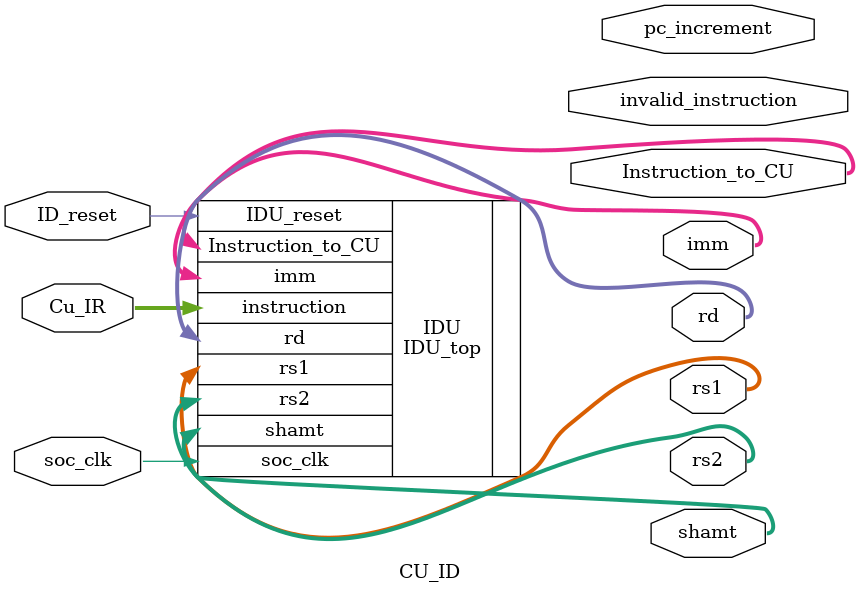
<source format=sv>
module CU_ID(
    // Clock and control inputs
    input wire soc_clk,
    input wire ID_reset,
    input wire [31:0] Cu_IR,    // Instruction from CU

    // Outputs to CU_top
    output wire [5:0] Instruction_to_CU,
    output wire [31:0] imm,
    output wire [4:0] rd,
    output wire [4:0] rs1,
    output wire [4:0] rs2,
    output wire [4:0] shamt,
    output wire [31:0] pc_increment,
    output wire invalid_instruction
);

    // Instantiate IDU_top
    IDU_top IDU (
        .soc_clk(soc_clk),
        .IDU_reset(ID_reset),
        .instruction(Cu_IR),
        .Instruction_to_CU(Instruction_to_CU),
        .imm(imm),
        .rd(rd),
        .rs1(rs1),
        .rs2(rs2),
        .shamt(shamt)
    );

endmodule
</source>
